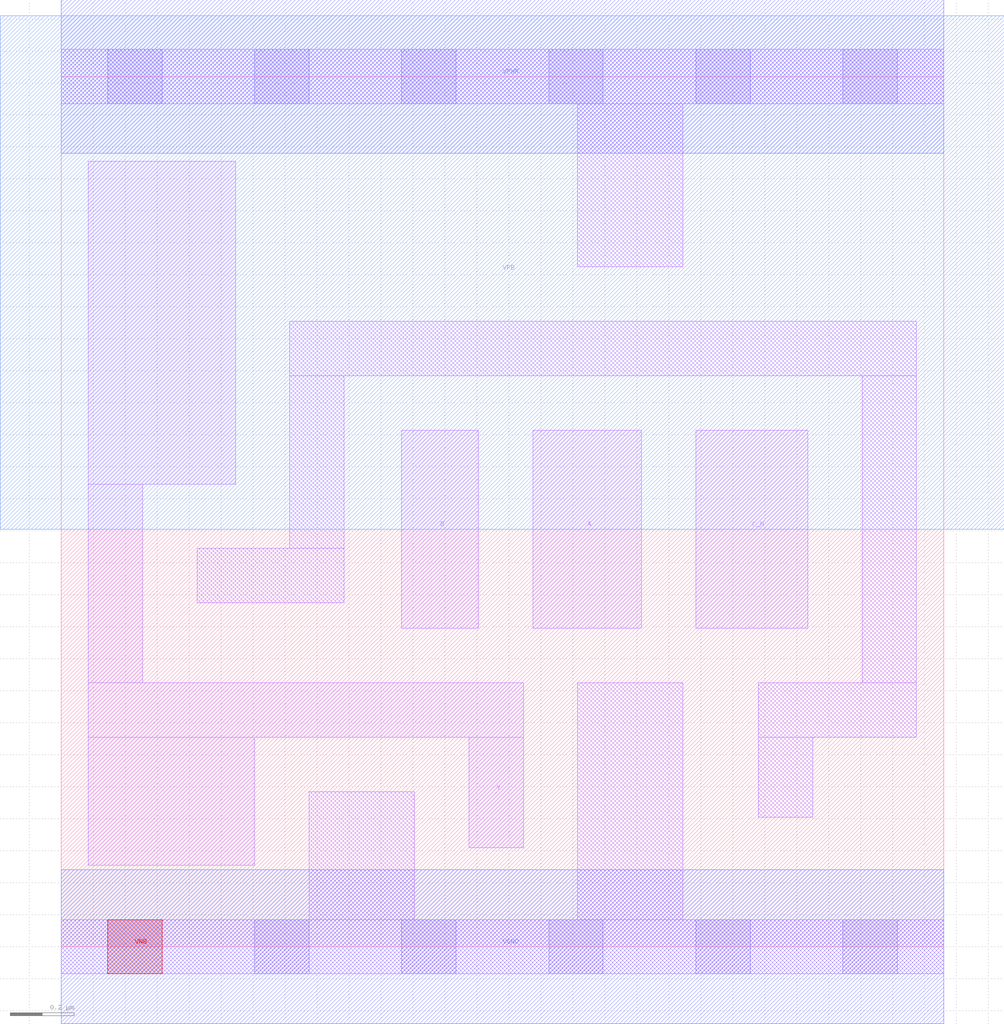
<source format=lef>
# Copyright 2020 The SkyWater PDK Authors
#
# Licensed under the Apache License, Version 2.0 (the "License");
# you may not use this file except in compliance with the License.
# You may obtain a copy of the License at
#
#     https://www.apache.org/licenses/LICENSE-2.0
#
# Unless required by applicable law or agreed to in writing, software
# distributed under the License is distributed on an "AS IS" BASIS,
# WITHOUT WARRANTIES OR CONDITIONS OF ANY KIND, either express or implied.
# See the License for the specific language governing permissions and
# limitations under the License.
#
# SPDX-License-Identifier: Apache-2.0

VERSION 5.7 ;
  NOWIREEXTENSIONATPIN ON ;
  DIVIDERCHAR "/" ;
  BUSBITCHARS "[]" ;
MACRO sky130_fd_sc_hd__nor3b_1
  CLASS CORE ;
  FOREIGN sky130_fd_sc_hd__nor3b_1 ;
  ORIGIN  0.000000  0.000000 ;
  SIZE  2.760000 BY  2.720000 ;
  SYMMETRY X Y R90 ;
  SITE unithd ;
  PIN A
    ANTENNAGATEAREA  0.247500 ;
    DIRECTION INPUT ;
    USE SIGNAL ;
    PORT
      LAYER li1 ;
        RECT 1.475000 0.995000 1.815000 1.615000 ;
    END
  END A
  PIN B
    ANTENNAGATEAREA  0.247500 ;
    DIRECTION INPUT ;
    USE SIGNAL ;
    PORT
      LAYER li1 ;
        RECT 1.065000 0.995000 1.305000 1.615000 ;
    END
  END B
  PIN C_N
    ANTENNAGATEAREA  0.126000 ;
    DIRECTION INPUT ;
    USE SIGNAL ;
    PORT
      LAYER li1 ;
        RECT 1.985000 0.995000 2.335000 1.615000 ;
    END
  END C_N
  PIN VNB
    PORT
      LAYER pwell ;
        RECT 0.145000 -0.085000 0.315000 0.085000 ;
    END
  END VNB
  PIN VPB
    PORT
      LAYER nwell ;
        RECT -0.190000 1.305000 2.950000 2.910000 ;
    END
  END VPB
  PIN Y
    ANTENNADIFFAREA  0.716500 ;
    DIRECTION OUTPUT ;
    USE SIGNAL ;
    PORT
      LAYER li1 ;
        RECT 0.085000 0.255000 0.605000 0.655000 ;
        RECT 0.085000 0.655000 1.445000 0.825000 ;
        RECT 0.085000 0.825000 0.255000 1.445000 ;
        RECT 0.085000 1.445000 0.545000 2.455000 ;
        RECT 1.275000 0.310000 1.445000 0.655000 ;
    END
  END Y
  PIN VGND
    DIRECTION INOUT ;
    SHAPE ABUTMENT ;
    USE GROUND ;
    PORT
      LAYER met1 ;
        RECT 0.000000 -0.240000 2.760000 0.240000 ;
    END
  END VGND
  PIN VPWR
    DIRECTION INOUT ;
    SHAPE ABUTMENT ;
    USE POWER ;
    PORT
      LAYER met1 ;
        RECT 0.000000 2.480000 2.760000 2.960000 ;
    END
  END VPWR
  OBS
    LAYER li1 ;
      RECT 0.000000 -0.085000 2.760000 0.085000 ;
      RECT 0.000000  2.635000 2.760000 2.805000 ;
      RECT 0.425000  1.075000 0.885000 1.245000 ;
      RECT 0.715000  1.245000 0.885000 1.785000 ;
      RECT 0.715000  1.785000 2.675000 1.955000 ;
      RECT 0.775000  0.085000 1.105000 0.485000 ;
      RECT 1.615000  0.085000 1.945000 0.825000 ;
      RECT 1.615000  2.125000 1.945000 2.635000 ;
      RECT 2.180000  0.405000 2.350000 0.655000 ;
      RECT 2.180000  0.655000 2.675000 0.825000 ;
      RECT 2.505000  0.825000 2.675000 1.785000 ;
    LAYER mcon ;
      RECT 0.145000 -0.085000 0.315000 0.085000 ;
      RECT 0.145000  2.635000 0.315000 2.805000 ;
      RECT 0.605000 -0.085000 0.775000 0.085000 ;
      RECT 0.605000  2.635000 0.775000 2.805000 ;
      RECT 1.065000 -0.085000 1.235000 0.085000 ;
      RECT 1.065000  2.635000 1.235000 2.805000 ;
      RECT 1.525000 -0.085000 1.695000 0.085000 ;
      RECT 1.525000  2.635000 1.695000 2.805000 ;
      RECT 1.985000 -0.085000 2.155000 0.085000 ;
      RECT 1.985000  2.635000 2.155000 2.805000 ;
      RECT 2.445000 -0.085000 2.615000 0.085000 ;
      RECT 2.445000  2.635000 2.615000 2.805000 ;
  END
END sky130_fd_sc_hd__nor3b_1
END LIBRARY

</source>
